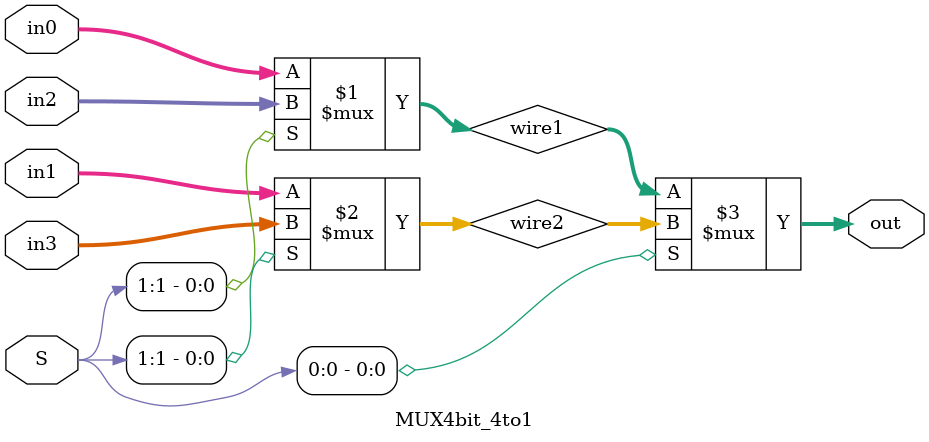
<source format=sv>
`timescale 1ns / 1ps

// Top-level ALU module
module Lab6_ALU(
    input logic [3:0] A,         // 4-bit input operand A
    input logic [3:0] B,         // 4-bit input operand B
    input logic [1:0] S,         // 2-bit selector to choose operation
    output logic [3:0] ALU_OUT   // 4-bit output of the ALU
);

    // Internal signals for interconnecting submodules
    logic [3:0] ADD_OUT;         // Output of the 4-bit adder
    logic [3:0] AND_OUT;         // Output of the 4-bit AND gate
    logic [3:0] OR_OUT;          // Output of the 4-bit OR gate
    logic [3:0] XOR_OUT;         // Output of the 4-bit XOR gate

    // Instantiate the ADD4 module for addition
    ADD4 U0 (
        .A(A), 
        .B(B), 
        .out(ADD_OUT)
    );

    // Instantiate the AND4 module for bitwise AND
    AND4 U1 (
        .A(A), 
        .B(B), 
        .out(AND_OUT)
    );

    // Instantiate the OR4 module for bitwise OR
    OR4 U2 (
        .A(A), 
        .B(B), 
        .out(OR_OUT)
    );

    // Instantiate the XOR4 module for bitwise XOR
    XOR4 U3 (
        .A(A), 
        .B(B), 
        .out(XOR_OUT)
    );

    // Instantiate the MUX4bit_4to1 module to select the output based on S
    MUX4bit_4to1 U4 (
        .S(S), 
        .in0(XOR_OUT), 
        .in1(AND_OUT), 
        .in2(OR_OUT), 
        .in3(ADD_OUT), 
        .out(ALU_OUT)
    );

endmodule

// 4-bit Adder module
module ADD4(
    input logic [3:0] A,         // 4-bit input operand A
    input logic [3:0] B,         // 4-bit input operand B
    output logic [3:0] out       // 4-bit output (A + B)
);
    // Perform 4-bit addition
    assign out = A + B; 
endmodule

// 4-bit AND gate module
module AND4(
    input logic [3:0] A,         // 4-bit input operand A
    input logic [3:0] B,         // 4-bit input operand B
    output logic [3:0] out       // 4-bit output (A & B)
);
    // Perform bitwise AND
    assign out = A & B; 
endmodule

// 4-bit OR gate module
module OR4(
    input logic [3:0] A,         // 4-bit input operand A
    input logic [3:0] B,         // 4-bit input operand B
    output logic [3:0] out       // 4-bit output (A | B)
);
    // Perform bitwise OR
    assign out = A | B; 
endmodule

// 4-bit XOR gate module
module XOR4(
    input logic [3:0] A,         // 4-bit input operand A
    input logic [3:0] B,         // 4-bit input operand B
    output logic [3:0] out       // 4-bit output (A ^ B)
);
    // Perform bitwise XOR
    assign out = A ^ B; 
endmodule

// 4-to-1 Multiplexer module for 4-bit inputs
module MUX4bit_4to1(
    input logic [1:0] S,         // 2-bit selector
    input logic [3:0] in0,       // Input for S = 00
    input logic [3:0] in1,       // Input for S = 01
    input logic [3:0] in2,       // Input for S = 10
    input logic [3:0] in3,       // Input for S = 11
    output logic [3:0] out       // 4-bit selected output
);

    logic [3:0] wire1;           // Intermediate output for S[1] = 0
    logic [3:0] wire2;           // Intermediate output for S[1] = 1

    // First stage of multiplexing: Choose between in0/in2 and in1/in3
    assign wire1 = S[1] ? in2 : in0; 
    assign wire2 = S[1] ? in3 : in1; 

    // Second stage of multiplexing: Choose between wire1 and wire2
    assign out = S[0] ? wire2 : wire1;

endmodule

</source>
